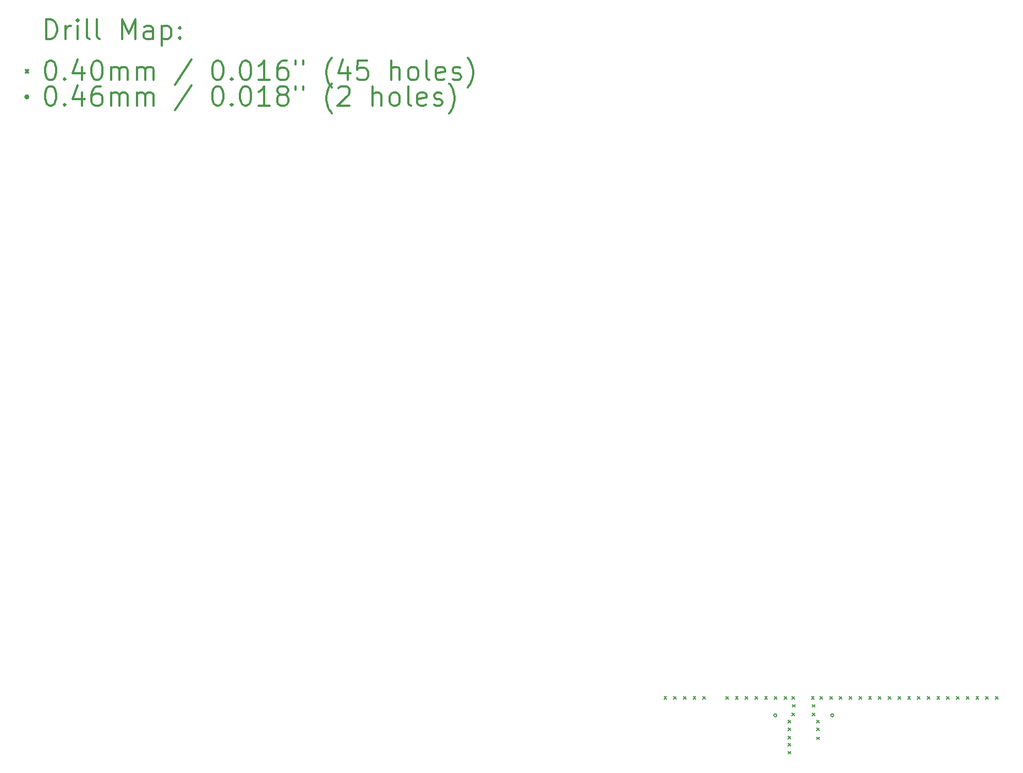
<source format=gbr>
*
%LPD*%
%LN915 PCB Antenna 02-drl_map*%
%FSLAX25Y25*%
%MOIN*%
%AD*%
%AD*%
%ADD18C,0.007874016*%
%ADD19C,0.011811024*%
G54D18*
%SRX1Y1I0.0J0.0*%
G1X18110Y35433D2*
G1X19685Y33858D1*
G1X19685Y35433D2*
G1X18110Y33858D1*
G1X24016Y35433D2*
G1X25591Y33858D1*
G1X25591Y35433D2*
G1X24016Y33858D1*
G1X29921Y35433D2*
G1X31496Y33858D1*
G1X31496Y35433D2*
G1X29921Y33858D1*
G1X35827Y35433D2*
G1X37402Y33858D1*
G1X37402Y35433D2*
G1X35827Y33858D1*
G1X41732Y35433D2*
G1X43307Y33858D1*
G1X43307Y35433D2*
G1X41732Y33858D1*
G1X55512Y35433D2*
G1X57087Y33858D1*
G1X57087Y35433D2*
G1X55512Y33858D1*
G1X61417Y35433D2*
G1X62992Y33858D1*
G1X62992Y35433D2*
G1X61417Y33858D1*
G1X67323Y35433D2*
G1X68898Y33858D1*
G1X68898Y35433D2*
G1X67323Y33858D1*
G1X73228Y35433D2*
G1X74803Y33858D1*
G1X74803Y35433D2*
G1X73228Y33858D1*
G1X79134Y35433D2*
G1X80709Y33858D1*
G1X80709Y35433D2*
G1X79134Y33858D1*
G1X85039Y35433D2*
G1X86614Y33858D1*
G1X86614Y35433D2*
G1X85039Y33858D1*
G1X90945Y35433D2*
G1X92520Y33858D1*
G1X92520Y35433D2*
G1X90945Y33858D1*
G1X93307Y21260D2*
G1X94882Y19685D1*
G1X94882Y21260D2*
G1X93307Y19685D1*
G1X93307Y16535D2*
G1X94882Y14961D1*
G1X94882Y16535D2*
G1X93307Y14961D1*
G1X93307Y11417D2*
G1X94882Y9843D1*
G1X94882Y11417D2*
G1X93307Y9843D1*
G1X93307Y7087D2*
G1X94882Y5512D1*
G1X94882Y7087D2*
G1X93307Y5512D1*
G1X93307Y2362D2*
G1X94882Y787D1*
G1X94882Y2362D2*
G1X93307Y787D1*
G1X95669Y35433D2*
G1X97244Y33858D1*
G1X97244Y35433D2*
G1X95669Y33858D1*
G1X95669Y25591D2*
G1X97244Y24016D1*
G1X97244Y25591D2*
G1X95669Y24016D1*
G1X96063Y30709D2*
G1X97638Y29134D1*
G1X97638Y30709D2*
G1X96063Y29134D1*
G1X107480Y35433D2*
G1X109055Y33858D1*
G1X109055Y35433D2*
G1X107480Y33858D1*
G1X107874Y30709D2*
G1X109449Y29134D1*
G1X109449Y30709D2*
G1X107874Y29134D1*
G1X107874Y25591D2*
G1X109449Y24016D1*
G1X109449Y25591D2*
G1X107874Y24016D1*
G1X110630Y21260D2*
G1X112205Y19685D1*
G1X112205Y21260D2*
G1X110630Y19685D1*
G1X110630Y16535D2*
G1X112205Y14961D1*
G1X112205Y16535D2*
G1X110630Y14961D1*
G1X110630Y11024D2*
G1X112205Y9449D1*
G1X112205Y11024D2*
G1X110630Y9449D1*
G1X112598Y35433D2*
G1X114173Y33858D1*
G1X114173Y35433D2*
G1X112598Y33858D1*
G1X118504Y35433D2*
G1X120079Y33858D1*
G1X120079Y35433D2*
G1X118504Y33858D1*
G1X124409Y35433D2*
G1X125984Y33858D1*
G1X125984Y35433D2*
G1X124409Y33858D1*
G1X130315Y35433D2*
G1X131890Y33858D1*
G1X131890Y35433D2*
G1X130315Y33858D1*
G1X136220Y35433D2*
G1X137795Y33858D1*
G1X137795Y35433D2*
G1X136220Y33858D1*
G1X142126Y35433D2*
G1X143701Y33858D1*
G1X143701Y35433D2*
G1X142126Y33858D1*
G1X148031Y35433D2*
G1X149606Y33858D1*
G1X149606Y35433D2*
G1X148031Y33858D1*
G1X153937Y35433D2*
G1X155512Y33858D1*
G1X155512Y35433D2*
G1X153937Y33858D1*
G1X159843Y35433D2*
G1X161417Y33858D1*
G1X161417Y35433D2*
G1X159843Y33858D1*
G1X165748Y35433D2*
G1X167323Y33858D1*
G1X167323Y35433D2*
G1X165748Y33858D1*
G1X171654Y35433D2*
G1X173228Y33858D1*
G1X173228Y35433D2*
G1X171654Y33858D1*
G1X177559Y35433D2*
G1X179134Y33858D1*
G1X179134Y35433D2*
G1X177559Y33858D1*
G1X183465Y35433D2*
G1X185039Y33858D1*
G1X185039Y35433D2*
G1X183465Y33858D1*
G1X189370Y35433D2*
G1X190945Y33858D1*
G1X190945Y35433D2*
G1X189370Y33858D1*
G1X195276Y35433D2*
G1X196850Y33858D1*
G1X196850Y35433D2*
G1X195276Y33858D1*
G1X201181Y35433D2*
G1X202756Y33858D1*
G1X202756Y35433D2*
G1X201181Y33858D1*
G1X207087Y35433D2*
G1X208661Y33858D1*
G1X208661Y35433D2*
G1X207087Y33858D1*
G1X212992Y35433D2*
G1X214567Y33858D1*
G1X214567Y35433D2*
G1X212992Y33858D1*
G1X218898Y35433D2*
G1X220472Y33858D1*
G1X220472Y35433D2*
G1X218898Y33858D1*
G1X86417Y24173D2*
G75*
G3X86417Y24173I-906J0D1*
G1X120906Y24173D2*
G3X120906Y24173I-906J0D1*
G74*
G1X-356243Y433633D2*
G54D19*
G1X-356243Y445444D1*
G1X-353431Y445444D1*
G1X-351744Y444882D1*
G1X-350619Y443757D1*
G1X-350056Y442632D1*
G1X-349494Y440382D1*
G1X-349494Y438695D1*
G1X-350056Y436445D1*
G1X-350619Y435321D1*
G1X-351744Y434196D1*
G1X-353431Y433633D1*
G1X-356243Y433633D1*
G1X-344432Y433633D2*
G1X-344432Y441507D1*
G1X-344432Y439258D2*
G1X-343870Y440382D1*
G1X-343307Y440945D1*
G1X-342182Y441507D1*
G1X-341057Y441507D1*
G1X-337120Y433633D2*
G1X-337120Y441507D1*
G1X-337120Y445444D2*
G1X-337683Y444882D1*
G1X-337120Y444319D1*
G1X-336558Y444882D1*
G1X-337120Y445444D1*
G1X-337120Y444319D1*
G1X-329809Y433633D2*
G1X-330934Y434196D1*
G1X-331496Y435321D1*
G1X-331496Y445444D1*
G1X-323622Y433633D2*
G1X-324747Y434196D1*
G1X-325309Y435321D1*
G1X-325309Y445444D1*
G1X-310124Y433633D2*
G1X-310124Y445444D1*
G1X-306187Y437008D1*
G1X-302250Y445444D1*
G1X-302250Y433633D1*
G1X-291564Y433633D2*
G1X-291564Y439820D1*
G1X-292126Y440945D1*
G1X-293251Y441507D1*
G1X-295501Y441507D1*
G1X-296625Y440945D1*
G1X-291564Y434196D2*
G1X-292688Y433633D1*
G1X-295501Y433633D1*
G1X-296625Y434196D1*
G1X-297188Y435321D1*
G1X-297188Y436445D1*
G1X-296625Y437570D1*
G1X-295501Y438133D1*
G1X-292688Y438133D1*
G1X-291564Y438695D1*
G1X-285939Y441507D2*
G1X-285939Y429696D1*
G1X-285939Y440945D2*
G1X-284814Y441507D1*
G1X-282565Y441507D1*
G1X-281440Y440945D1*
G1X-280877Y440382D1*
G1X-280315Y439258D1*
G1X-280315Y435883D1*
G1X-280877Y434758D1*
G1X-281440Y434196D1*
G1X-282565Y433633D1*
G1X-284814Y433633D1*
G1X-285939Y434196D1*
G1X-275253Y434758D2*
G1X-274691Y434196D1*
G1X-275253Y433633D1*
G1X-275816Y434196D1*
G1X-275253Y434758D1*
G1X-275253Y433633D1*
G1X-275253Y440945D2*
G1X-274691Y440382D1*
G1X-275253Y439820D1*
G1X-275816Y440382D1*
G1X-275253Y440945D1*
G1X-275253Y439820D1*
G1X-368504Y414961D2*
G1X-366929Y413386D1*
G1X-366929Y414961D2*
G1X-368504Y413386D1*
G1X-353993Y420641D2*
G1X-352868Y420641D1*
G1X-351744Y420079D1*
G1X-351181Y419516D1*
G1X-350619Y418391D1*
G1X-350056Y416142D1*
G1X-350056Y413330D1*
G1X-350619Y411080D1*
G1X-351181Y409955D1*
G1X-351744Y409393D1*
G1X-352868Y408830D1*
G1X-353993Y408830D1*
G1X-355118Y409393D1*
G1X-355681Y409955D1*
G1X-356243Y411080D1*
G1X-356805Y413330D1*
G1X-356805Y416142D1*
G1X-356243Y418391D1*
G1X-355681Y419516D1*
G1X-355118Y420079D1*
G1X-353993Y420641D1*
G1X-344994Y409955D2*
G1X-344432Y409393D1*
G1X-344994Y408830D1*
G1X-345557Y409393D1*
G1X-344994Y409955D1*
G1X-344994Y408830D1*
G1X-334308Y416704D2*
G1X-334308Y408830D1*
G1X-337120Y421204D2*
G1X-339933Y412767D1*
G1X-332621Y412767D1*
G1X-325872Y420641D2*
G1X-324747Y420641D1*
G1X-323622Y420079D1*
G1X-323060Y419516D1*
G1X-322497Y418391D1*
G1X-321935Y416142D1*
G1X-321935Y413330D1*
G1X-322497Y411080D1*
G1X-323060Y409955D1*
G1X-323622Y409393D1*
G1X-324747Y408830D1*
G1X-325872Y408830D1*
G1X-326997Y409393D1*
G1X-327559Y409955D1*
G1X-328121Y411080D1*
G1X-328684Y413330D1*
G1X-328684Y416142D1*
G1X-328121Y418391D1*
G1X-327559Y419516D1*
G1X-326997Y420079D1*
G1X-325872Y420641D1*
G1X-316873Y408830D2*
G1X-316873Y416704D1*
G1X-316873Y415579D2*
G1X-316310Y416142D1*
G1X-315186Y416704D1*
G1X-313498Y416704D1*
G1X-312373Y416142D1*
G1X-311811Y415017D1*
G1X-311811Y408830D1*
G1X-311811Y415017D2*
G1X-311249Y416142D1*
G1X-310124Y416704D1*
G1X-308436Y416704D1*
G1X-307312Y416142D1*
G1X-306749Y415017D1*
G1X-306749Y408830D1*
G1X-301125Y408830D2*
G1X-301125Y416704D1*
G1X-301125Y415579D2*
G1X-300562Y416142D1*
G1X-299438Y416704D1*
G1X-297750Y416704D1*
G1X-296625Y416142D1*
G1X-296063Y415017D1*
G1X-296063Y408830D1*
G1X-296063Y415017D2*
G1X-295501Y416142D1*
G1X-294376Y416704D1*
G1X-292688Y416704D1*
G1X-291564Y416142D1*
G1X-291001Y415017D1*
G1X-291001Y408830D1*
G1X-267941Y421204D2*
G1X-278065Y406018D1*
G1X-252756Y420641D2*
G1X-251631Y420641D1*
G1X-250506Y420079D1*
G1X-249944Y419516D1*
G1X-249381Y418391D1*
G1X-248819Y416142D1*
G1X-248819Y413330D1*
G1X-249381Y411080D1*
G1X-249944Y409955D1*
G1X-250506Y409393D1*
G1X-251631Y408830D1*
G1X-252756Y408830D1*
G1X-253881Y409393D1*
G1X-254443Y409955D1*
G1X-255006Y411080D1*
G1X-255568Y413330D1*
G1X-255568Y416142D1*
G1X-255006Y418391D1*
G1X-254443Y419516D1*
G1X-253881Y420079D1*
G1X-252756Y420641D1*
G1X-243757Y409955D2*
G1X-243195Y409393D1*
G1X-243757Y408830D1*
G1X-244319Y409393D1*
G1X-243757Y409955D1*
G1X-243757Y408830D1*
G1X-235883Y420641D2*
G1X-234758Y420641D1*
G1X-233633Y420079D1*
G1X-233071Y419516D1*
G1X-232508Y418391D1*
G1X-231946Y416142D1*
G1X-231946Y413330D1*
G1X-232508Y411080D1*
G1X-233071Y409955D1*
G1X-233633Y409393D1*
G1X-234758Y408830D1*
G1X-235883Y408830D1*
G1X-237008Y409393D1*
G1X-237570Y409955D1*
G1X-238133Y411080D1*
G1X-238695Y413330D1*
G1X-238695Y416142D1*
G1X-238133Y418391D1*
G1X-237570Y419516D1*
G1X-237008Y420079D1*
G1X-235883Y420641D1*
G1X-220697Y408830D2*
G1X-227447Y408830D1*
G1X-224072Y408830D2*
G1X-224072Y420641D1*
G1X-225197Y418954D1*
G1X-226322Y417829D1*
G1X-227447Y417267D1*
G1X-210574Y420641D2*
G1X-212823Y420641D1*
G1X-213948Y420079D1*
G1X-214511Y419516D1*
G1X-215636Y417829D1*
G1X-216198Y415579D1*
G1X-216198Y411080D1*
G1X-215636Y409955D1*
G1X-215073Y409393D1*
G1X-213948Y408830D1*
G1X-211699Y408830D1*
G1X-210574Y409393D1*
G1X-210011Y409955D1*
G1X-209449Y411080D1*
G1X-209449Y413892D1*
G1X-210011Y415017D1*
G1X-210574Y415579D1*
G1X-211699Y416142D1*
G1X-213948Y416142D1*
G1X-215073Y415579D1*
G1X-215636Y415017D1*
G1X-216198Y413892D1*
G1X-204949Y420641D2*
G1X-204949Y418391D1*
G1X-200450Y420641D2*
G1X-200450Y418391D1*
G1X-183015Y404331D2*
G1X-183577Y404893D1*
G1X-184702Y406580D1*
G1X-185264Y407705D1*
G1X-185827Y409393D1*
G1X-186389Y412205D1*
G1X-186389Y414454D1*
G1X-185827Y417267D1*
G1X-185264Y418954D1*
G1X-184702Y420079D1*
G1X-183577Y421766D1*
G1X-183015Y422328D1*
G1X-173453Y416704D2*
G1X-173453Y408830D1*
G1X-176265Y421204D2*
G1X-179078Y412767D1*
G1X-171766Y412767D1*
G1X-161642Y420641D2*
G1X-167267Y420641D1*
G1X-167829Y415017D1*
G1X-167267Y415579D1*
G1X-166142Y416142D1*
G1X-163330Y416142D1*
G1X-162205Y415579D1*
G1X-161642Y415017D1*
G1X-161080Y413892D1*
G1X-161080Y411080D1*
G1X-161642Y409955D1*
G1X-162205Y409393D1*
G1X-163330Y408830D1*
G1X-166142Y408830D1*
G1X-167267Y409393D1*
G1X-167829Y409955D1*
G1X-147019Y408830D2*
G1X-147019Y420641D1*
G1X-141957Y408830D2*
G1X-141957Y415017D1*
G1X-142520Y416142D1*
G1X-143645Y416704D1*
G1X-145332Y416704D1*
G1X-146457Y416142D1*
G1X-147019Y415579D1*
G1X-134646Y408830D2*
G1X-135771Y409393D1*
G1X-136333Y409955D1*
G1X-136895Y411080D1*
G1X-136895Y414454D1*
G1X-136333Y415579D1*
G1X-135771Y416142D1*
G1X-134646Y416704D1*
G1X-132958Y416704D1*
G1X-131834Y416142D1*
G1X-131271Y415579D1*
G1X-130709Y414454D1*
G1X-130709Y411080D1*
G1X-131271Y409955D1*
G1X-131834Y409393D1*
G1X-132958Y408830D1*
G1X-134646Y408830D1*
G1X-123959Y408830D2*
G1X-125084Y409393D1*
G1X-125647Y410517D1*
G1X-125647Y420641D1*
G1X-114961Y409393D2*
G1X-116085Y408830D1*
G1X-118335Y408830D1*
G1X-119460Y409393D1*
G1X-120022Y410517D1*
G1X-120022Y415017D1*
G1X-119460Y416142D1*
G1X-118335Y416704D1*
G1X-116085Y416704D1*
G1X-114961Y416142D1*
G1X-114398Y415017D1*
G1X-114398Y413892D1*
G1X-120022Y412767D1*
G1X-109899Y409393D2*
G1X-108774Y408830D1*
G1X-106524Y408830D1*
G1X-105399Y409393D1*
G1X-104837Y410517D1*
G1X-104837Y411080D1*
G1X-105399Y412205D1*
G1X-106524Y412767D1*
G1X-108211Y412767D1*
G1X-109336Y413330D1*
G1X-109899Y414454D1*
G1X-109899Y415017D1*
G1X-109336Y416142D1*
G1X-108211Y416704D1*
G1X-106524Y416704D1*
G1X-105399Y416142D1*
G1X-100900Y404331D2*
G1X-100337Y404893D1*
G1X-99213Y406580D1*
G1X-98650Y407705D1*
G1X-98088Y409393D1*
G1X-97525Y412205D1*
G1X-97525Y414454D1*
G1X-98088Y417267D1*
G1X-98650Y418954D1*
G1X-99213Y420079D1*
G1X-100337Y421766D1*
G1X-100900Y422328D1*
G1X-366929Y398583D2*
G75*
G3X-366929Y398583I-906J0D1*
G74*
G1X-353993Y405051D2*
G1X-352868Y405051D1*
G1X-351744Y404488D1*
G1X-351181Y403926D1*
G1X-350619Y402801D1*
G1X-350056Y400551D1*
G1X-350056Y397739D1*
G1X-350619Y395489D1*
G1X-351181Y394364D1*
G1X-351744Y393802D1*
G1X-352868Y393240D1*
G1X-353993Y393240D1*
G1X-355118Y393802D1*
G1X-355681Y394364D1*
G1X-356243Y395489D1*
G1X-356805Y397739D1*
G1X-356805Y400551D1*
G1X-356243Y402801D1*
G1X-355681Y403926D1*
G1X-355118Y404488D1*
G1X-353993Y405051D1*
G1X-344994Y394364D2*
G1X-344432Y393802D1*
G1X-344994Y393240D1*
G1X-345557Y393802D1*
G1X-344994Y394364D1*
G1X-344994Y393240D1*
G1X-334308Y401114D2*
G1X-334308Y393240D1*
G1X-337120Y405613D2*
G1X-339933Y397177D1*
G1X-332621Y397177D1*
G1X-323060Y405051D2*
G1X-325309Y405051D1*
G1X-326434Y404488D1*
G1X-326997Y403926D1*
G1X-328121Y402238D1*
G1X-328684Y399989D1*
G1X-328684Y395489D1*
G1X-328121Y394364D1*
G1X-327559Y393802D1*
G1X-326434Y393240D1*
G1X-324184Y393240D1*
G1X-323060Y393802D1*
G1X-322497Y394364D1*
G1X-321935Y395489D1*
G1X-321935Y398301D1*
G1X-322497Y399426D1*
G1X-323060Y399989D1*
G1X-324184Y400551D1*
G1X-326434Y400551D1*
G1X-327559Y399989D1*
G1X-328121Y399426D1*
G1X-328684Y398301D1*
G1X-316873Y393240D2*
G1X-316873Y401114D1*
G1X-316873Y399989D2*
G1X-316310Y400551D1*
G1X-315186Y401114D1*
G1X-313498Y401114D1*
G1X-312373Y400551D1*
G1X-311811Y399426D1*
G1X-311811Y393240D1*
G1X-311811Y399426D2*
G1X-311249Y400551D1*
G1X-310124Y401114D1*
G1X-308436Y401114D1*
G1X-307312Y400551D1*
G1X-306749Y399426D1*
G1X-306749Y393240D1*
G1X-301125Y393240D2*
G1X-301125Y401114D1*
G1X-301125Y399989D2*
G1X-300562Y400551D1*
G1X-299438Y401114D1*
G1X-297750Y401114D1*
G1X-296625Y400551D1*
G1X-296063Y399426D1*
G1X-296063Y393240D1*
G1X-296063Y399426D2*
G1X-295501Y400551D1*
G1X-294376Y401114D1*
G1X-292688Y401114D1*
G1X-291564Y400551D1*
G1X-291001Y399426D1*
G1X-291001Y393240D1*
G1X-267941Y405613D2*
G1X-278065Y390427D1*
G1X-252756Y405051D2*
G1X-251631Y405051D1*
G1X-250506Y404488D1*
G1X-249944Y403926D1*
G1X-249381Y402801D1*
G1X-248819Y400551D1*
G1X-248819Y397739D1*
G1X-249381Y395489D1*
G1X-249944Y394364D1*
G1X-250506Y393802D1*
G1X-251631Y393240D1*
G1X-252756Y393240D1*
G1X-253881Y393802D1*
G1X-254443Y394364D1*
G1X-255006Y395489D1*
G1X-255568Y397739D1*
G1X-255568Y400551D1*
G1X-255006Y402801D1*
G1X-254443Y403926D1*
G1X-253881Y404488D1*
G1X-252756Y405051D1*
G1X-243757Y394364D2*
G1X-243195Y393802D1*
G1X-243757Y393240D1*
G1X-244319Y393802D1*
G1X-243757Y394364D1*
G1X-243757Y393240D1*
G1X-235883Y405051D2*
G1X-234758Y405051D1*
G1X-233633Y404488D1*
G1X-233071Y403926D1*
G1X-232508Y402801D1*
G1X-231946Y400551D1*
G1X-231946Y397739D1*
G1X-232508Y395489D1*
G1X-233071Y394364D1*
G1X-233633Y393802D1*
G1X-234758Y393240D1*
G1X-235883Y393240D1*
G1X-237008Y393802D1*
G1X-237570Y394364D1*
G1X-238133Y395489D1*
G1X-238695Y397739D1*
G1X-238695Y400551D1*
G1X-238133Y402801D1*
G1X-237570Y403926D1*
G1X-237008Y404488D1*
G1X-235883Y405051D1*
G1X-220697Y393240D2*
G1X-227447Y393240D1*
G1X-224072Y393240D2*
G1X-224072Y405051D1*
G1X-225197Y403363D1*
G1X-226322Y402238D1*
G1X-227447Y401676D1*
G1X-213948Y399989D2*
G1X-215073Y400551D1*
G1X-215636Y401114D1*
G1X-216198Y402238D1*
G1X-216198Y402801D1*
G1X-215636Y403926D1*
G1X-215073Y404488D1*
G1X-213948Y405051D1*
G1X-211699Y405051D1*
G1X-210574Y404488D1*
G1X-210011Y403926D1*
G1X-209449Y402801D1*
G1X-209449Y402238D1*
G1X-210011Y401114D1*
G1X-210574Y400551D1*
G1X-211699Y399989D1*
G1X-213948Y399989D1*
G1X-215073Y399426D1*
G1X-215636Y398864D1*
G1X-216198Y397739D1*
G1X-216198Y395489D1*
G1X-215636Y394364D1*
G1X-215073Y393802D1*
G1X-213948Y393240D1*
G1X-211699Y393240D1*
G1X-210574Y393802D1*
G1X-210011Y394364D1*
G1X-209449Y395489D1*
G1X-209449Y397739D1*
G1X-210011Y398864D1*
G1X-210574Y399426D1*
G1X-211699Y399989D1*
G1X-204949Y405051D2*
G1X-204949Y402801D1*
G1X-200450Y405051D2*
G1X-200450Y402801D1*
G1X-183015Y388740D2*
G1X-183577Y389303D1*
G1X-184702Y390990D1*
G1X-185264Y392115D1*
G1X-185827Y393802D1*
G1X-186389Y396614D1*
G1X-186389Y398864D1*
G1X-185827Y401676D1*
G1X-185264Y403363D1*
G1X-184702Y404488D1*
G1X-183577Y406175D1*
G1X-183015Y406738D1*
G1X-179078Y403926D2*
G1X-178515Y404488D1*
G1X-177390Y405051D1*
G1X-174578Y405051D1*
G1X-173453Y404488D1*
G1X-172891Y403926D1*
G1X-172328Y402801D1*
G1X-172328Y401676D1*
G1X-172891Y399989D1*
G1X-179640Y393240D1*
G1X-172328Y393240D1*
G1X-158268Y393240D2*
G1X-158268Y405051D1*
G1X-153206Y393240D2*
G1X-153206Y399426D1*
G1X-153768Y400551D1*
G1X-154893Y401114D1*
G1X-156580Y401114D1*
G1X-157705Y400551D1*
G1X-158268Y399989D1*
G1X-145894Y393240D2*
G1X-147019Y393802D1*
G1X-147582Y394364D1*
G1X-148144Y395489D1*
G1X-148144Y398864D1*
G1X-147582Y399989D1*
G1X-147019Y400551D1*
G1X-145894Y401114D1*
G1X-144207Y401114D1*
G1X-143082Y400551D1*
G1X-142520Y399989D1*
G1X-141957Y398864D1*
G1X-141957Y395489D1*
G1X-142520Y394364D1*
G1X-143082Y393802D1*
G1X-144207Y393240D1*
G1X-145894Y393240D1*
G1X-135208Y393240D2*
G1X-136333Y393802D1*
G1X-136895Y394927D1*
G1X-136895Y405051D1*
G1X-126209Y393802D2*
G1X-127334Y393240D1*
G1X-129584Y393240D1*
G1X-130709Y393802D1*
G1X-131271Y394927D1*
G1X-131271Y399426D1*
G1X-130709Y400551D1*
G1X-129584Y401114D1*
G1X-127334Y401114D1*
G1X-126209Y400551D1*
G1X-125647Y399426D1*
G1X-125647Y398301D1*
G1X-131271Y397177D1*
G1X-121147Y393802D2*
G1X-120022Y393240D1*
G1X-117773Y393240D1*
G1X-116648Y393802D1*
G1X-116085Y394927D1*
G1X-116085Y395489D1*
G1X-116648Y396614D1*
G1X-117773Y397177D1*
G1X-119460Y397177D1*
G1X-120585Y397739D1*
G1X-121147Y398864D1*
G1X-121147Y399426D1*
G1X-120585Y400551D1*
G1X-119460Y401114D1*
G1X-117773Y401114D1*
G1X-116648Y400551D1*
G1X-112148Y388740D2*
G1X-111586Y389303D1*
G1X-110461Y390990D1*
G1X-109899Y392115D1*
G1X-109336Y393802D1*
G1X-108774Y396614D1*
G1X-108774Y398864D1*
G1X-109336Y401676D1*
G1X-109899Y403363D1*
G1X-110461Y404488D1*
G1X-111586Y406175D1*
G1X-112148Y406738D1*
M2*

</source>
